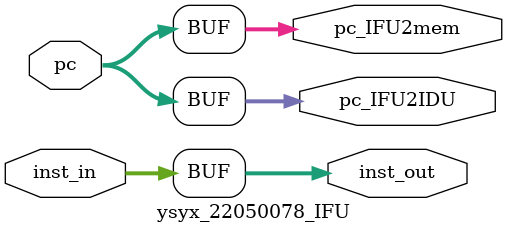
<source format=v>
/***********************
author:ran
description:取指模块(因为用c++写指令存储器，所以这里的取指只关心pc)
*************************/
`include "vsrc/defines.v"
module ysyx_22050078_IFU #(parameter ADDR_WIDTH = 64, INST_WIDTH = 32)
(
    //from pc
    input [ADDR_WIDTH - 1:0] pc,

    //from inst_memory
    input [INST_WIDTH - 1:0] inst_in,   //指令存储器->IFU,用于取到指令

    //to IDU
    output [INST_WIDTH - 1:0] inst_out, //IFU->IDU
    output [ADDR_WIDTH - 1:0] pc_IFU2IDU,
    
    //to inst_memory
    output [ADDR_WIDTH - 1:0] pc_IFU2mem//IFU->inst_memory,

);

    assign pc_IFU2mem = pc;
    assign pc_IFU2IDU   = pc;
    assign inst_out = inst_in;




endmodule

</source>
